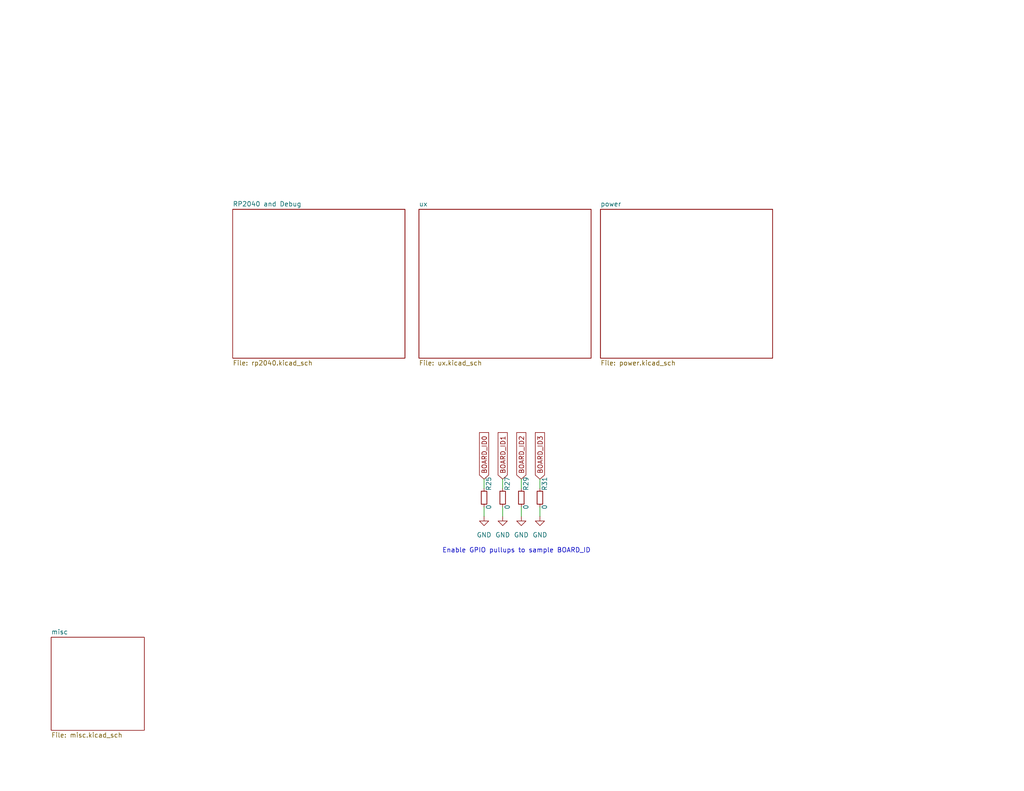
<source format=kicad_sch>
(kicad_sch (version 20230121) (generator eeschema)
  (paper "A")
  (title_block (title "Kudzu") (date "2023-09-26") (rev "1") (company "Copyright 2023 The Pigweed Authors"))
  (lib_symbols
    (symbol "Device:R_Small" (pin_numbers hide) (pin_names (offset 0.254) hide)
      (property "Reference" "R" (at 0.762 0.508 0))
      (property "Value" "R_Small" (at 0.762 -1.016 0))
      (symbol "R_Small_0_1"
        (rectangle (start -0.762 1.778) (end 0.762 -1.778) (stroke (width 0.2032)))
      )
      (symbol "R_Small_1_1"
        (pin passive line (at 0 2.54 270) (length 0.762) (name "~") (number "1"))
        (pin passive line (at 0 -2.54 90) (length 0.762) (name "~") (number "2"))
      )
    )
    (symbol "power:GND" (power) (pin_names (offset 0))
      (property "Value" "GND" (at 0 -3.81 0))
      (symbol "GND_0_1"
        (polyline (pts (xy 0 0) (xy 0 -1.27) (xy 1.27 -1.27) (xy 0 -2.54) (xy -1.27 -1.27) (xy 0 -1.27)))
      )
      (symbol "GND_1_1"
        (pin power_in line (at 0 0 270) (length 0) hide (name "GND") (number "1"))
      )
    )
  )
  (wire (pts (xy 147.32 130.81) (xy 147.32 133.35)))
  (wire (pts (xy 142.24 130.81) (xy 142.24 133.35)))
  (wire (pts (xy 142.24 138.43) (xy 142.24 140.97)))
  (wire (pts (xy 132.08 130.81) (xy 132.08 133.35)))
  (wire (pts (xy 132.08 138.43) (xy 132.08 140.97)))
  (wire (pts (xy 147.32 138.43) (xy 147.32 140.97)))
  (wire (pts (xy 137.16 130.81) (xy 137.16 133.35)))
  (wire (pts (xy 137.16 138.43) (xy 137.16 140.97)))
  (text "Enable GPIO pullups to sample BOARD_ID\n" (at 120.65 151.13 0) (effects (font (size 1.27 1.27)) (justify left bottom)))
  (global_label "BOARD_ID2" (shape input) (at 142.24 130.81 90) (property "Intersheetrefs" "${INTERSHEET_REFS}" (effects hide)))
  (global_label "BOARD_ID1" (shape input) (at 137.16 130.81 90) (property "Intersheetrefs" "${INTERSHEET_REFS}" (effects hide)))
  (global_label "BOARD_ID3" (shape input) (at 147.32 130.81 90) (property "Intersheetrefs" "${INTERSHEET_REFS}" (effects hide)))
  (global_label "BOARD_ID0" (shape input) (at 132.08 130.81 90) (property "Intersheetrefs" "${INTERSHEET_REFS}" (effects hide)))
  (symbol (lib_id "Device:R_Small") (at 132.08 135.89 180) (unit 1)
    (property "Reference" "R25" (at 133.35 132.08 90))
    (property "Value" "0" (at 133.35 138.43 90))
    (property "Footprint" "Resistor_SMD:R_0603_1608Metric" (effects hide))
    (property "Price @ 10" "0.01320" (effects hide))
    (property "Price @ 25" "0.01000" (effects hide))
    (property "DigiKey PN" "13-AC0402FR-070RLTR-ND" (effects hide))
  )
  (symbol (lib_id "power:GND") (at 142.24 140.97 0) (unit 1)
    (property "Reference" "#PWR089" (effects hide))
    (property "Value" "GND" (at 142.24 146.05 0))
  )
  (symbol (lib_id "power:GND") (at 132.08 140.97 0) (unit 1)
    (property "Reference" "#PWR085" (effects hide))
    (property "Value" "GND" (at 132.08 146.05 0))
  )
  (symbol (lib_id "power:GND") (at 137.16 140.97 0) (unit 1)
    (property "Reference" "#PWR087" (effects hide))
    (property "Value" "GND" (at 137.16 146.05 0))
  )
  (symbol (lib_id "Device:R_Small") (at 142.24 135.89 180) (unit 1)
    (property "Reference" "R29" (at 143.51 132.08 90))
    (property "Value" "0" (at 143.51 138.43 90))
    (property "Footprint" "Resistor_SMD:R_0603_1608Metric" (effects hide))
    (property "Price @ 10" "0.01320" (effects hide))
    (property "Price @ 25" "0.01000" (effects hide))
    (property "DigiKey PN" "13-AC0402FR-070RLTR-ND" (effects hide))
  )
  (symbol (lib_id "Device:R_Small") (at 147.32 135.89 180) (unit 1)
    (property "Reference" "R31" (at 148.59 132.08 90))
    (property "Value" "0" (at 148.59 138.43 90))
    (property "Footprint" "Resistor_SMD:R_0603_1608Metric" (effects hide))
    (property "Price @ 10" "0.01320" (effects hide))
    (property "Price @ 25" "0.01000" (effects hide))
    (property "DigiKey PN" "13-AC0402FR-070RLTR-ND" (effects hide))
  )
  (symbol (lib_id "Device:R_Small") (at 137.16 135.89 180) (unit 1)
    (property "Reference" "R27" (at 138.43 132.08 90))
    (property "Value" "0" (at 138.43 138.43 90))
    (property "Footprint" "Resistor_SMD:R_0603_1608Metric" (effects hide))
    (property "Price @ 10" "0.01320" (effects hide))
    (property "Price @ 25" "0.01000" (effects hide))
    (property "DigiKey PN" "13-AC0402FR-070RLTR-ND" (effects hide))
  )
  (symbol (lib_id "power:GND") (at 147.32 140.97 0) (unit 1)
    (property "Reference" "#PWR091" (effects hide))
    (property "Value" "GND" (at 147.32 146.05 0))
  )
  (sheet (at 114.3 57.15) (size 46.99 40.64) (stroke (width 0.1524))
    (property "Sheetname" "ux" (at 114.3 56.4384 0) (effects (justify left bottom)))
    (property "Sheetfile" "ux.kicad_sch" (at 114.3 98.3746 0) (effects (justify left top)))
  )
  (sheet (at 63.5 57.15) (size 46.99 40.64) (stroke (width 0.1524))
    (property "Sheetname" "RP2040 and Debug" (at 63.5 56.4384 0) (effects (justify left bottom)))
    (property "Sheetfile" "rp2040.kicad_sch" (at 63.5 98.3746 0) (effects (justify left top)))
  )
  (sheet (at 13.97 173.99) (size 25.4 25.4) (stroke (width 0.1524))
    (property "Sheetname" "misc" (at 13.97 173.2784 0) (effects (justify left bottom)))
    (property "Sheetfile" "misc.kicad_sch" (at 13.97 199.9746 0) (effects (justify left top)))
  )
  (sheet (at 163.83 57.15) (size 46.99 40.64) (stroke (width 0.1524))
    (property "Sheetname" "power" (at 163.83 56.4384 0) (effects (justify left bottom)))
    (property "Sheetfile" "power.kicad_sch" (at 163.83 98.3746 0) (effects (justify left top)))
  )
)
</source>
